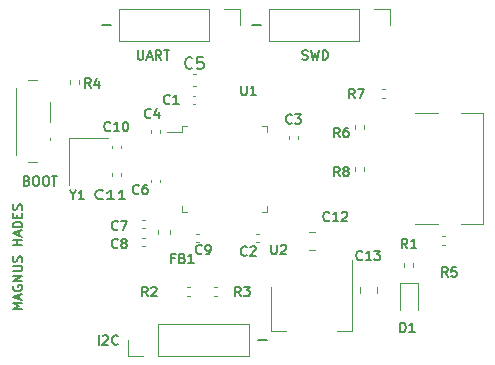
<source format=gbr>
%TF.GenerationSoftware,KiCad,Pcbnew,7.0.7*%
%TF.CreationDate,2023-12-20T18:59:57-05:00*%
%TF.ProjectId,stm32f1,73746d33-3266-4312-9e6b-696361645f70,rev?*%
%TF.SameCoordinates,Original*%
%TF.FileFunction,Legend,Top*%
%TF.FilePolarity,Positive*%
%FSLAX46Y46*%
G04 Gerber Fmt 4.6, Leading zero omitted, Abs format (unit mm)*
G04 Created by KiCad (PCBNEW 7.0.7) date 2023-12-20 18:59:57*
%MOMM*%
%LPD*%
G01*
G04 APERTURE LIST*
%ADD10C,0.150000*%
%ADD11C,0.120000*%
G04 APERTURE END LIST*
D10*
X60957064Y-58022200D02*
X61071350Y-58060295D01*
X61071350Y-58060295D02*
X61261826Y-58060295D01*
X61261826Y-58060295D02*
X61338017Y-58022200D01*
X61338017Y-58022200D02*
X61376112Y-57984104D01*
X61376112Y-57984104D02*
X61414207Y-57907914D01*
X61414207Y-57907914D02*
X61414207Y-57831723D01*
X61414207Y-57831723D02*
X61376112Y-57755533D01*
X61376112Y-57755533D02*
X61338017Y-57717438D01*
X61338017Y-57717438D02*
X61261826Y-57679342D01*
X61261826Y-57679342D02*
X61109445Y-57641247D01*
X61109445Y-57641247D02*
X61033255Y-57603152D01*
X61033255Y-57603152D02*
X60995160Y-57565057D01*
X60995160Y-57565057D02*
X60957064Y-57488866D01*
X60957064Y-57488866D02*
X60957064Y-57412676D01*
X60957064Y-57412676D02*
X60995160Y-57336485D01*
X60995160Y-57336485D02*
X61033255Y-57298390D01*
X61033255Y-57298390D02*
X61109445Y-57260295D01*
X61109445Y-57260295D02*
X61299922Y-57260295D01*
X61299922Y-57260295D02*
X61414207Y-57298390D01*
X61680874Y-57260295D02*
X61871350Y-58060295D01*
X61871350Y-58060295D02*
X62023731Y-57488866D01*
X62023731Y-57488866D02*
X62176112Y-58060295D01*
X62176112Y-58060295D02*
X62366589Y-57260295D01*
X62671351Y-58060295D02*
X62671351Y-57260295D01*
X62671351Y-57260295D02*
X62861827Y-57260295D01*
X62861827Y-57260295D02*
X62976113Y-57298390D01*
X62976113Y-57298390D02*
X63052303Y-57374580D01*
X63052303Y-57374580D02*
X63090398Y-57450771D01*
X63090398Y-57450771D02*
X63128494Y-57603152D01*
X63128494Y-57603152D02*
X63128494Y-57717438D01*
X63128494Y-57717438D02*
X63090398Y-57869819D01*
X63090398Y-57869819D02*
X63052303Y-57946009D01*
X63052303Y-57946009D02*
X62976113Y-58022200D01*
X62976113Y-58022200D02*
X62861827Y-58060295D01*
X62861827Y-58060295D02*
X62671351Y-58060295D01*
X57232779Y-81784866D02*
X57994684Y-81784866D01*
X44024779Y-55114866D02*
X44786684Y-55114866D01*
X37639826Y-68309247D02*
X37754112Y-68347342D01*
X37754112Y-68347342D02*
X37792207Y-68385438D01*
X37792207Y-68385438D02*
X37830303Y-68461628D01*
X37830303Y-68461628D02*
X37830303Y-68575914D01*
X37830303Y-68575914D02*
X37792207Y-68652104D01*
X37792207Y-68652104D02*
X37754112Y-68690200D01*
X37754112Y-68690200D02*
X37677922Y-68728295D01*
X37677922Y-68728295D02*
X37373160Y-68728295D01*
X37373160Y-68728295D02*
X37373160Y-67928295D01*
X37373160Y-67928295D02*
X37639826Y-67928295D01*
X37639826Y-67928295D02*
X37716017Y-67966390D01*
X37716017Y-67966390D02*
X37754112Y-68004485D01*
X37754112Y-68004485D02*
X37792207Y-68080676D01*
X37792207Y-68080676D02*
X37792207Y-68156866D01*
X37792207Y-68156866D02*
X37754112Y-68233057D01*
X37754112Y-68233057D02*
X37716017Y-68271152D01*
X37716017Y-68271152D02*
X37639826Y-68309247D01*
X37639826Y-68309247D02*
X37373160Y-68309247D01*
X38325541Y-67928295D02*
X38477922Y-67928295D01*
X38477922Y-67928295D02*
X38554112Y-67966390D01*
X38554112Y-67966390D02*
X38630303Y-68042580D01*
X38630303Y-68042580D02*
X38668398Y-68194961D01*
X38668398Y-68194961D02*
X38668398Y-68461628D01*
X38668398Y-68461628D02*
X38630303Y-68614009D01*
X38630303Y-68614009D02*
X38554112Y-68690200D01*
X38554112Y-68690200D02*
X38477922Y-68728295D01*
X38477922Y-68728295D02*
X38325541Y-68728295D01*
X38325541Y-68728295D02*
X38249350Y-68690200D01*
X38249350Y-68690200D02*
X38173160Y-68614009D01*
X38173160Y-68614009D02*
X38135064Y-68461628D01*
X38135064Y-68461628D02*
X38135064Y-68194961D01*
X38135064Y-68194961D02*
X38173160Y-68042580D01*
X38173160Y-68042580D02*
X38249350Y-67966390D01*
X38249350Y-67966390D02*
X38325541Y-67928295D01*
X39163636Y-67928295D02*
X39316017Y-67928295D01*
X39316017Y-67928295D02*
X39392207Y-67966390D01*
X39392207Y-67966390D02*
X39468398Y-68042580D01*
X39468398Y-68042580D02*
X39506493Y-68194961D01*
X39506493Y-68194961D02*
X39506493Y-68461628D01*
X39506493Y-68461628D02*
X39468398Y-68614009D01*
X39468398Y-68614009D02*
X39392207Y-68690200D01*
X39392207Y-68690200D02*
X39316017Y-68728295D01*
X39316017Y-68728295D02*
X39163636Y-68728295D01*
X39163636Y-68728295D02*
X39087445Y-68690200D01*
X39087445Y-68690200D02*
X39011255Y-68614009D01*
X39011255Y-68614009D02*
X38973159Y-68461628D01*
X38973159Y-68461628D02*
X38973159Y-68194961D01*
X38973159Y-68194961D02*
X39011255Y-68042580D01*
X39011255Y-68042580D02*
X39087445Y-67966390D01*
X39087445Y-67966390D02*
X39163636Y-67928295D01*
X39735064Y-67928295D02*
X40192207Y-67928295D01*
X39963635Y-68728295D02*
X39963635Y-67928295D01*
X43723160Y-82190295D02*
X43723160Y-81390295D01*
X44066016Y-81466485D02*
X44104112Y-81428390D01*
X44104112Y-81428390D02*
X44180302Y-81390295D01*
X44180302Y-81390295D02*
X44370778Y-81390295D01*
X44370778Y-81390295D02*
X44446969Y-81428390D01*
X44446969Y-81428390D02*
X44485064Y-81466485D01*
X44485064Y-81466485D02*
X44523159Y-81542676D01*
X44523159Y-81542676D02*
X44523159Y-81618866D01*
X44523159Y-81618866D02*
X44485064Y-81733152D01*
X44485064Y-81733152D02*
X44027921Y-82190295D01*
X44027921Y-82190295D02*
X44523159Y-82190295D01*
X45323160Y-82114104D02*
X45285064Y-82152200D01*
X45285064Y-82152200D02*
X45170779Y-82190295D01*
X45170779Y-82190295D02*
X45094588Y-82190295D01*
X45094588Y-82190295D02*
X44980302Y-82152200D01*
X44980302Y-82152200D02*
X44904112Y-82076009D01*
X44904112Y-82076009D02*
X44866017Y-81999819D01*
X44866017Y-81999819D02*
X44827921Y-81847438D01*
X44827921Y-81847438D02*
X44827921Y-81733152D01*
X44827921Y-81733152D02*
X44866017Y-81580771D01*
X44866017Y-81580771D02*
X44904112Y-81504580D01*
X44904112Y-81504580D02*
X44980302Y-81428390D01*
X44980302Y-81428390D02*
X45094588Y-81390295D01*
X45094588Y-81390295D02*
X45170779Y-81390295D01*
X45170779Y-81390295D02*
X45285064Y-81428390D01*
X45285064Y-81428390D02*
X45323160Y-81466485D01*
X37232295Y-79212839D02*
X36432295Y-79212839D01*
X36432295Y-79212839D02*
X37003723Y-78946173D01*
X37003723Y-78946173D02*
X36432295Y-78679506D01*
X36432295Y-78679506D02*
X37232295Y-78679506D01*
X37003723Y-78336649D02*
X37003723Y-77955696D01*
X37232295Y-78412839D02*
X36432295Y-78146172D01*
X36432295Y-78146172D02*
X37232295Y-77879506D01*
X36470390Y-77193792D02*
X36432295Y-77269982D01*
X36432295Y-77269982D02*
X36432295Y-77384268D01*
X36432295Y-77384268D02*
X36470390Y-77498554D01*
X36470390Y-77498554D02*
X36546580Y-77574744D01*
X36546580Y-77574744D02*
X36622771Y-77612839D01*
X36622771Y-77612839D02*
X36775152Y-77650935D01*
X36775152Y-77650935D02*
X36889438Y-77650935D01*
X36889438Y-77650935D02*
X37041819Y-77612839D01*
X37041819Y-77612839D02*
X37118009Y-77574744D01*
X37118009Y-77574744D02*
X37194200Y-77498554D01*
X37194200Y-77498554D02*
X37232295Y-77384268D01*
X37232295Y-77384268D02*
X37232295Y-77308077D01*
X37232295Y-77308077D02*
X37194200Y-77193792D01*
X37194200Y-77193792D02*
X37156104Y-77155696D01*
X37156104Y-77155696D02*
X36889438Y-77155696D01*
X36889438Y-77155696D02*
X36889438Y-77308077D01*
X37232295Y-76812839D02*
X36432295Y-76812839D01*
X36432295Y-76812839D02*
X37232295Y-76355696D01*
X37232295Y-76355696D02*
X36432295Y-76355696D01*
X36432295Y-75974744D02*
X37079914Y-75974744D01*
X37079914Y-75974744D02*
X37156104Y-75936649D01*
X37156104Y-75936649D02*
X37194200Y-75898554D01*
X37194200Y-75898554D02*
X37232295Y-75822363D01*
X37232295Y-75822363D02*
X37232295Y-75669982D01*
X37232295Y-75669982D02*
X37194200Y-75593792D01*
X37194200Y-75593792D02*
X37156104Y-75555697D01*
X37156104Y-75555697D02*
X37079914Y-75517601D01*
X37079914Y-75517601D02*
X36432295Y-75517601D01*
X37194200Y-75174745D02*
X37232295Y-75060459D01*
X37232295Y-75060459D02*
X37232295Y-74869983D01*
X37232295Y-74869983D02*
X37194200Y-74793792D01*
X37194200Y-74793792D02*
X37156104Y-74755697D01*
X37156104Y-74755697D02*
X37079914Y-74717602D01*
X37079914Y-74717602D02*
X37003723Y-74717602D01*
X37003723Y-74717602D02*
X36927533Y-74755697D01*
X36927533Y-74755697D02*
X36889438Y-74793792D01*
X36889438Y-74793792D02*
X36851342Y-74869983D01*
X36851342Y-74869983D02*
X36813247Y-75022364D01*
X36813247Y-75022364D02*
X36775152Y-75098554D01*
X36775152Y-75098554D02*
X36737057Y-75136649D01*
X36737057Y-75136649D02*
X36660866Y-75174745D01*
X36660866Y-75174745D02*
X36584676Y-75174745D01*
X36584676Y-75174745D02*
X36508485Y-75136649D01*
X36508485Y-75136649D02*
X36470390Y-75098554D01*
X36470390Y-75098554D02*
X36432295Y-75022364D01*
X36432295Y-75022364D02*
X36432295Y-74831887D01*
X36432295Y-74831887D02*
X36470390Y-74717602D01*
X37232295Y-73765220D02*
X36432295Y-73765220D01*
X36813247Y-73765220D02*
X36813247Y-73308077D01*
X37232295Y-73308077D02*
X36432295Y-73308077D01*
X37003723Y-72965221D02*
X37003723Y-72584268D01*
X37232295Y-73041411D02*
X36432295Y-72774744D01*
X36432295Y-72774744D02*
X37232295Y-72508078D01*
X37232295Y-72241411D02*
X36432295Y-72241411D01*
X36432295Y-72241411D02*
X36432295Y-72050935D01*
X36432295Y-72050935D02*
X36470390Y-71936649D01*
X36470390Y-71936649D02*
X36546580Y-71860459D01*
X36546580Y-71860459D02*
X36622771Y-71822364D01*
X36622771Y-71822364D02*
X36775152Y-71784268D01*
X36775152Y-71784268D02*
X36889438Y-71784268D01*
X36889438Y-71784268D02*
X37041819Y-71822364D01*
X37041819Y-71822364D02*
X37118009Y-71860459D01*
X37118009Y-71860459D02*
X37194200Y-71936649D01*
X37194200Y-71936649D02*
X37232295Y-72050935D01*
X37232295Y-72050935D02*
X37232295Y-72241411D01*
X36813247Y-71441411D02*
X36813247Y-71174745D01*
X37232295Y-71060459D02*
X37232295Y-71441411D01*
X37232295Y-71441411D02*
X36432295Y-71441411D01*
X36432295Y-71441411D02*
X36432295Y-71060459D01*
X37194200Y-70755697D02*
X37232295Y-70641411D01*
X37232295Y-70641411D02*
X37232295Y-70450935D01*
X37232295Y-70450935D02*
X37194200Y-70374744D01*
X37194200Y-70374744D02*
X37156104Y-70336649D01*
X37156104Y-70336649D02*
X37079914Y-70298554D01*
X37079914Y-70298554D02*
X37003723Y-70298554D01*
X37003723Y-70298554D02*
X36927533Y-70336649D01*
X36927533Y-70336649D02*
X36889438Y-70374744D01*
X36889438Y-70374744D02*
X36851342Y-70450935D01*
X36851342Y-70450935D02*
X36813247Y-70603316D01*
X36813247Y-70603316D02*
X36775152Y-70679506D01*
X36775152Y-70679506D02*
X36737057Y-70717601D01*
X36737057Y-70717601D02*
X36660866Y-70755697D01*
X36660866Y-70755697D02*
X36584676Y-70755697D01*
X36584676Y-70755697D02*
X36508485Y-70717601D01*
X36508485Y-70717601D02*
X36470390Y-70679506D01*
X36470390Y-70679506D02*
X36432295Y-70603316D01*
X36432295Y-70603316D02*
X36432295Y-70412839D01*
X36432295Y-70412839D02*
X36470390Y-70298554D01*
X56724779Y-55114866D02*
X57486684Y-55114866D01*
X47025160Y-57260295D02*
X47025160Y-57907914D01*
X47025160Y-57907914D02*
X47063255Y-57984104D01*
X47063255Y-57984104D02*
X47101350Y-58022200D01*
X47101350Y-58022200D02*
X47177541Y-58060295D01*
X47177541Y-58060295D02*
X47329922Y-58060295D01*
X47329922Y-58060295D02*
X47406112Y-58022200D01*
X47406112Y-58022200D02*
X47444207Y-57984104D01*
X47444207Y-57984104D02*
X47482303Y-57907914D01*
X47482303Y-57907914D02*
X47482303Y-57260295D01*
X47825159Y-57831723D02*
X48206112Y-57831723D01*
X47748969Y-58060295D02*
X48015636Y-57260295D01*
X48015636Y-57260295D02*
X48282302Y-58060295D01*
X49006112Y-58060295D02*
X48739445Y-57679342D01*
X48548969Y-58060295D02*
X48548969Y-57260295D01*
X48548969Y-57260295D02*
X48853731Y-57260295D01*
X48853731Y-57260295D02*
X48929921Y-57298390D01*
X48929921Y-57298390D02*
X48968016Y-57336485D01*
X48968016Y-57336485D02*
X49006112Y-57412676D01*
X49006112Y-57412676D02*
X49006112Y-57526961D01*
X49006112Y-57526961D02*
X48968016Y-57603152D01*
X48968016Y-57603152D02*
X48929921Y-57641247D01*
X48929921Y-57641247D02*
X48853731Y-57679342D01*
X48853731Y-57679342D02*
X48548969Y-57679342D01*
X49234683Y-57260295D02*
X49691826Y-57260295D01*
X49463254Y-58060295D02*
X49463254Y-57260295D01*
X63239714Y-71660104D02*
X63201618Y-71698200D01*
X63201618Y-71698200D02*
X63087333Y-71736295D01*
X63087333Y-71736295D02*
X63011142Y-71736295D01*
X63011142Y-71736295D02*
X62896856Y-71698200D01*
X62896856Y-71698200D02*
X62820666Y-71622009D01*
X62820666Y-71622009D02*
X62782571Y-71545819D01*
X62782571Y-71545819D02*
X62744475Y-71393438D01*
X62744475Y-71393438D02*
X62744475Y-71279152D01*
X62744475Y-71279152D02*
X62782571Y-71126771D01*
X62782571Y-71126771D02*
X62820666Y-71050580D01*
X62820666Y-71050580D02*
X62896856Y-70974390D01*
X62896856Y-70974390D02*
X63011142Y-70936295D01*
X63011142Y-70936295D02*
X63087333Y-70936295D01*
X63087333Y-70936295D02*
X63201618Y-70974390D01*
X63201618Y-70974390D02*
X63239714Y-71012485D01*
X64001618Y-71736295D02*
X63544475Y-71736295D01*
X63773047Y-71736295D02*
X63773047Y-70936295D01*
X63773047Y-70936295D02*
X63696856Y-71050580D01*
X63696856Y-71050580D02*
X63620666Y-71126771D01*
X63620666Y-71126771D02*
X63544475Y-71164866D01*
X64306380Y-71012485D02*
X64344476Y-70974390D01*
X64344476Y-70974390D02*
X64420666Y-70936295D01*
X64420666Y-70936295D02*
X64611142Y-70936295D01*
X64611142Y-70936295D02*
X64687333Y-70974390D01*
X64687333Y-70974390D02*
X64725428Y-71012485D01*
X64725428Y-71012485D02*
X64763523Y-71088676D01*
X64763523Y-71088676D02*
X64763523Y-71164866D01*
X64763523Y-71164866D02*
X64725428Y-71279152D01*
X64725428Y-71279152D02*
X64268285Y-71736295D01*
X64268285Y-71736295D02*
X64763523Y-71736295D01*
X49721667Y-61754104D02*
X49683571Y-61792200D01*
X49683571Y-61792200D02*
X49569286Y-61830295D01*
X49569286Y-61830295D02*
X49493095Y-61830295D01*
X49493095Y-61830295D02*
X49378809Y-61792200D01*
X49378809Y-61792200D02*
X49302619Y-61716009D01*
X49302619Y-61716009D02*
X49264524Y-61639819D01*
X49264524Y-61639819D02*
X49226428Y-61487438D01*
X49226428Y-61487438D02*
X49226428Y-61373152D01*
X49226428Y-61373152D02*
X49264524Y-61220771D01*
X49264524Y-61220771D02*
X49302619Y-61144580D01*
X49302619Y-61144580D02*
X49378809Y-61068390D01*
X49378809Y-61068390D02*
X49493095Y-61030295D01*
X49493095Y-61030295D02*
X49569286Y-61030295D01*
X49569286Y-61030295D02*
X49683571Y-61068390D01*
X49683571Y-61068390D02*
X49721667Y-61106485D01*
X50483571Y-61830295D02*
X50026428Y-61830295D01*
X50255000Y-61830295D02*
X50255000Y-61030295D01*
X50255000Y-61030295D02*
X50178809Y-61144580D01*
X50178809Y-61144580D02*
X50102619Y-61220771D01*
X50102619Y-61220771D02*
X50026428Y-61258866D01*
X47110667Y-69374104D02*
X47072571Y-69412200D01*
X47072571Y-69412200D02*
X46958286Y-69450295D01*
X46958286Y-69450295D02*
X46882095Y-69450295D01*
X46882095Y-69450295D02*
X46767809Y-69412200D01*
X46767809Y-69412200D02*
X46691619Y-69336009D01*
X46691619Y-69336009D02*
X46653524Y-69259819D01*
X46653524Y-69259819D02*
X46615428Y-69107438D01*
X46615428Y-69107438D02*
X46615428Y-68993152D01*
X46615428Y-68993152D02*
X46653524Y-68840771D01*
X46653524Y-68840771D02*
X46691619Y-68764580D01*
X46691619Y-68764580D02*
X46767809Y-68688390D01*
X46767809Y-68688390D02*
X46882095Y-68650295D01*
X46882095Y-68650295D02*
X46958286Y-68650295D01*
X46958286Y-68650295D02*
X47072571Y-68688390D01*
X47072571Y-68688390D02*
X47110667Y-68726485D01*
X47796381Y-68650295D02*
X47644000Y-68650295D01*
X47644000Y-68650295D02*
X47567809Y-68688390D01*
X47567809Y-68688390D02*
X47529714Y-68726485D01*
X47529714Y-68726485D02*
X47453524Y-68840771D01*
X47453524Y-68840771D02*
X47415428Y-68993152D01*
X47415428Y-68993152D02*
X47415428Y-69297914D01*
X47415428Y-69297914D02*
X47453524Y-69374104D01*
X47453524Y-69374104D02*
X47491619Y-69412200D01*
X47491619Y-69412200D02*
X47567809Y-69450295D01*
X47567809Y-69450295D02*
X47720190Y-69450295D01*
X47720190Y-69450295D02*
X47796381Y-69412200D01*
X47796381Y-69412200D02*
X47834476Y-69374104D01*
X47834476Y-69374104D02*
X47872571Y-69297914D01*
X47872571Y-69297914D02*
X47872571Y-69107438D01*
X47872571Y-69107438D02*
X47834476Y-69031247D01*
X47834476Y-69031247D02*
X47796381Y-68993152D01*
X47796381Y-68993152D02*
X47720190Y-68955057D01*
X47720190Y-68955057D02*
X47567809Y-68955057D01*
X47567809Y-68955057D02*
X47491619Y-68993152D01*
X47491619Y-68993152D02*
X47453524Y-69031247D01*
X47453524Y-69031247D02*
X47415428Y-69107438D01*
X50133333Y-74873247D02*
X49866667Y-74873247D01*
X49866667Y-75292295D02*
X49866667Y-74492295D01*
X49866667Y-74492295D02*
X50247619Y-74492295D01*
X50819047Y-74873247D02*
X50933333Y-74911342D01*
X50933333Y-74911342D02*
X50971428Y-74949438D01*
X50971428Y-74949438D02*
X51009524Y-75025628D01*
X51009524Y-75025628D02*
X51009524Y-75139914D01*
X51009524Y-75139914D02*
X50971428Y-75216104D01*
X50971428Y-75216104D02*
X50933333Y-75254200D01*
X50933333Y-75254200D02*
X50857143Y-75292295D01*
X50857143Y-75292295D02*
X50552381Y-75292295D01*
X50552381Y-75292295D02*
X50552381Y-74492295D01*
X50552381Y-74492295D02*
X50819047Y-74492295D01*
X50819047Y-74492295D02*
X50895238Y-74530390D01*
X50895238Y-74530390D02*
X50933333Y-74568485D01*
X50933333Y-74568485D02*
X50971428Y-74644676D01*
X50971428Y-74644676D02*
X50971428Y-74720866D01*
X50971428Y-74720866D02*
X50933333Y-74797057D01*
X50933333Y-74797057D02*
X50895238Y-74835152D01*
X50895238Y-74835152D02*
X50819047Y-74873247D01*
X50819047Y-74873247D02*
X50552381Y-74873247D01*
X51771428Y-75292295D02*
X51314285Y-75292295D01*
X51542857Y-75292295D02*
X51542857Y-74492295D01*
X51542857Y-74492295D02*
X51466666Y-74606580D01*
X51466666Y-74606580D02*
X51390476Y-74682771D01*
X51390476Y-74682771D02*
X51314285Y-74720866D01*
X41529048Y-69521342D02*
X41529048Y-69902295D01*
X41262381Y-69102295D02*
X41529048Y-69521342D01*
X41529048Y-69521342D02*
X41795714Y-69102295D01*
X42481428Y-69902295D02*
X42024285Y-69902295D01*
X42252857Y-69902295D02*
X42252857Y-69102295D01*
X42252857Y-69102295D02*
X42176666Y-69216580D01*
X42176666Y-69216580D02*
X42100476Y-69292771D01*
X42100476Y-69292771D02*
X42024285Y-69330866D01*
X66033714Y-74962104D02*
X65995618Y-75000200D01*
X65995618Y-75000200D02*
X65881333Y-75038295D01*
X65881333Y-75038295D02*
X65805142Y-75038295D01*
X65805142Y-75038295D02*
X65690856Y-75000200D01*
X65690856Y-75000200D02*
X65614666Y-74924009D01*
X65614666Y-74924009D02*
X65576571Y-74847819D01*
X65576571Y-74847819D02*
X65538475Y-74695438D01*
X65538475Y-74695438D02*
X65538475Y-74581152D01*
X65538475Y-74581152D02*
X65576571Y-74428771D01*
X65576571Y-74428771D02*
X65614666Y-74352580D01*
X65614666Y-74352580D02*
X65690856Y-74276390D01*
X65690856Y-74276390D02*
X65805142Y-74238295D01*
X65805142Y-74238295D02*
X65881333Y-74238295D01*
X65881333Y-74238295D02*
X65995618Y-74276390D01*
X65995618Y-74276390D02*
X66033714Y-74314485D01*
X66795618Y-75038295D02*
X66338475Y-75038295D01*
X66567047Y-75038295D02*
X66567047Y-74238295D01*
X66567047Y-74238295D02*
X66490856Y-74352580D01*
X66490856Y-74352580D02*
X66414666Y-74428771D01*
X66414666Y-74428771D02*
X66338475Y-74466866D01*
X67062285Y-74238295D02*
X67557523Y-74238295D01*
X67557523Y-74238295D02*
X67290857Y-74543057D01*
X67290857Y-74543057D02*
X67405142Y-74543057D01*
X67405142Y-74543057D02*
X67481333Y-74581152D01*
X67481333Y-74581152D02*
X67519428Y-74619247D01*
X67519428Y-74619247D02*
X67557523Y-74695438D01*
X67557523Y-74695438D02*
X67557523Y-74885914D01*
X67557523Y-74885914D02*
X67519428Y-74962104D01*
X67519428Y-74962104D02*
X67481333Y-75000200D01*
X67481333Y-75000200D02*
X67405142Y-75038295D01*
X67405142Y-75038295D02*
X67176571Y-75038295D01*
X67176571Y-75038295D02*
X67100380Y-75000200D01*
X67100380Y-75000200D02*
X67062285Y-74962104D01*
X44697714Y-64040104D02*
X44659618Y-64078200D01*
X44659618Y-64078200D02*
X44545333Y-64116295D01*
X44545333Y-64116295D02*
X44469142Y-64116295D01*
X44469142Y-64116295D02*
X44354856Y-64078200D01*
X44354856Y-64078200D02*
X44278666Y-64002009D01*
X44278666Y-64002009D02*
X44240571Y-63925819D01*
X44240571Y-63925819D02*
X44202475Y-63773438D01*
X44202475Y-63773438D02*
X44202475Y-63659152D01*
X44202475Y-63659152D02*
X44240571Y-63506771D01*
X44240571Y-63506771D02*
X44278666Y-63430580D01*
X44278666Y-63430580D02*
X44354856Y-63354390D01*
X44354856Y-63354390D02*
X44469142Y-63316295D01*
X44469142Y-63316295D02*
X44545333Y-63316295D01*
X44545333Y-63316295D02*
X44659618Y-63354390D01*
X44659618Y-63354390D02*
X44697714Y-63392485D01*
X45459618Y-64116295D02*
X45002475Y-64116295D01*
X45231047Y-64116295D02*
X45231047Y-63316295D01*
X45231047Y-63316295D02*
X45154856Y-63430580D01*
X45154856Y-63430580D02*
X45078666Y-63506771D01*
X45078666Y-63506771D02*
X45002475Y-63544866D01*
X45954857Y-63316295D02*
X46031047Y-63316295D01*
X46031047Y-63316295D02*
X46107238Y-63354390D01*
X46107238Y-63354390D02*
X46145333Y-63392485D01*
X46145333Y-63392485D02*
X46183428Y-63468676D01*
X46183428Y-63468676D02*
X46221523Y-63621057D01*
X46221523Y-63621057D02*
X46221523Y-63811533D01*
X46221523Y-63811533D02*
X46183428Y-63963914D01*
X46183428Y-63963914D02*
X46145333Y-64040104D01*
X46145333Y-64040104D02*
X46107238Y-64078200D01*
X46107238Y-64078200D02*
X46031047Y-64116295D01*
X46031047Y-64116295D02*
X45954857Y-64116295D01*
X45954857Y-64116295D02*
X45878666Y-64078200D01*
X45878666Y-64078200D02*
X45840571Y-64040104D01*
X45840571Y-64040104D02*
X45802476Y-63963914D01*
X45802476Y-63963914D02*
X45764380Y-63811533D01*
X45764380Y-63811533D02*
X45764380Y-63621057D01*
X45764380Y-63621057D02*
X45802476Y-63468676D01*
X45802476Y-63468676D02*
X45840571Y-63392485D01*
X45840571Y-63392485D02*
X45878666Y-63354390D01*
X45878666Y-63354390D02*
X45954857Y-63316295D01*
X73272667Y-76435295D02*
X73006000Y-76054342D01*
X72815524Y-76435295D02*
X72815524Y-75635295D01*
X72815524Y-75635295D02*
X73120286Y-75635295D01*
X73120286Y-75635295D02*
X73196476Y-75673390D01*
X73196476Y-75673390D02*
X73234571Y-75711485D01*
X73234571Y-75711485D02*
X73272667Y-75787676D01*
X73272667Y-75787676D02*
X73272667Y-75901961D01*
X73272667Y-75901961D02*
X73234571Y-75978152D01*
X73234571Y-75978152D02*
X73196476Y-76016247D01*
X73196476Y-76016247D02*
X73120286Y-76054342D01*
X73120286Y-76054342D02*
X72815524Y-76054342D01*
X73996476Y-75635295D02*
X73615524Y-75635295D01*
X73615524Y-75635295D02*
X73577428Y-76016247D01*
X73577428Y-76016247D02*
X73615524Y-75978152D01*
X73615524Y-75978152D02*
X73691714Y-75940057D01*
X73691714Y-75940057D02*
X73882190Y-75940057D01*
X73882190Y-75940057D02*
X73958381Y-75978152D01*
X73958381Y-75978152D02*
X73996476Y-76016247D01*
X73996476Y-76016247D02*
X74034571Y-76092438D01*
X74034571Y-76092438D02*
X74034571Y-76282914D01*
X74034571Y-76282914D02*
X73996476Y-76359104D01*
X73996476Y-76359104D02*
X73958381Y-76397200D01*
X73958381Y-76397200D02*
X73882190Y-76435295D01*
X73882190Y-76435295D02*
X73691714Y-76435295D01*
X73691714Y-76435295D02*
X73615524Y-76397200D01*
X73615524Y-76397200D02*
X73577428Y-76359104D01*
X58318476Y-73730295D02*
X58318476Y-74377914D01*
X58318476Y-74377914D02*
X58356571Y-74454104D01*
X58356571Y-74454104D02*
X58394666Y-74492200D01*
X58394666Y-74492200D02*
X58470857Y-74530295D01*
X58470857Y-74530295D02*
X58623238Y-74530295D01*
X58623238Y-74530295D02*
X58699428Y-74492200D01*
X58699428Y-74492200D02*
X58737523Y-74454104D01*
X58737523Y-74454104D02*
X58775619Y-74377914D01*
X58775619Y-74377914D02*
X58775619Y-73730295D01*
X59118475Y-73806485D02*
X59156571Y-73768390D01*
X59156571Y-73768390D02*
X59232761Y-73730295D01*
X59232761Y-73730295D02*
X59423237Y-73730295D01*
X59423237Y-73730295D02*
X59499428Y-73768390D01*
X59499428Y-73768390D02*
X59537523Y-73806485D01*
X59537523Y-73806485D02*
X59575618Y-73882676D01*
X59575618Y-73882676D02*
X59575618Y-73958866D01*
X59575618Y-73958866D02*
X59537523Y-74073152D01*
X59537523Y-74073152D02*
X59080380Y-74530295D01*
X59080380Y-74530295D02*
X59575618Y-74530295D01*
X43046667Y-60437295D02*
X42780000Y-60056342D01*
X42589524Y-60437295D02*
X42589524Y-59637295D01*
X42589524Y-59637295D02*
X42894286Y-59637295D01*
X42894286Y-59637295D02*
X42970476Y-59675390D01*
X42970476Y-59675390D02*
X43008571Y-59713485D01*
X43008571Y-59713485D02*
X43046667Y-59789676D01*
X43046667Y-59789676D02*
X43046667Y-59903961D01*
X43046667Y-59903961D02*
X43008571Y-59980152D01*
X43008571Y-59980152D02*
X42970476Y-60018247D01*
X42970476Y-60018247D02*
X42894286Y-60056342D01*
X42894286Y-60056342D02*
X42589524Y-60056342D01*
X43732381Y-59903961D02*
X43732381Y-60437295D01*
X43541905Y-59599200D02*
X43351428Y-60170628D01*
X43351428Y-60170628D02*
X43846667Y-60170628D01*
X69843667Y-74024295D02*
X69577000Y-73643342D01*
X69386524Y-74024295D02*
X69386524Y-73224295D01*
X69386524Y-73224295D02*
X69691286Y-73224295D01*
X69691286Y-73224295D02*
X69767476Y-73262390D01*
X69767476Y-73262390D02*
X69805571Y-73300485D01*
X69805571Y-73300485D02*
X69843667Y-73376676D01*
X69843667Y-73376676D02*
X69843667Y-73490961D01*
X69843667Y-73490961D02*
X69805571Y-73567152D01*
X69805571Y-73567152D02*
X69767476Y-73605247D01*
X69767476Y-73605247D02*
X69691286Y-73643342D01*
X69691286Y-73643342D02*
X69386524Y-73643342D01*
X70605571Y-74024295D02*
X70148428Y-74024295D01*
X70377000Y-74024295D02*
X70377000Y-73224295D01*
X70377000Y-73224295D02*
X70300809Y-73338580D01*
X70300809Y-73338580D02*
X70224619Y-73414771D01*
X70224619Y-73414771D02*
X70148428Y-73452866D01*
X45332667Y-73946104D02*
X45294571Y-73984200D01*
X45294571Y-73984200D02*
X45180286Y-74022295D01*
X45180286Y-74022295D02*
X45104095Y-74022295D01*
X45104095Y-74022295D02*
X44989809Y-73984200D01*
X44989809Y-73984200D02*
X44913619Y-73908009D01*
X44913619Y-73908009D02*
X44875524Y-73831819D01*
X44875524Y-73831819D02*
X44837428Y-73679438D01*
X44837428Y-73679438D02*
X44837428Y-73565152D01*
X44837428Y-73565152D02*
X44875524Y-73412771D01*
X44875524Y-73412771D02*
X44913619Y-73336580D01*
X44913619Y-73336580D02*
X44989809Y-73260390D01*
X44989809Y-73260390D02*
X45104095Y-73222295D01*
X45104095Y-73222295D02*
X45180286Y-73222295D01*
X45180286Y-73222295D02*
X45294571Y-73260390D01*
X45294571Y-73260390D02*
X45332667Y-73298485D01*
X45789809Y-73565152D02*
X45713619Y-73527057D01*
X45713619Y-73527057D02*
X45675524Y-73488961D01*
X45675524Y-73488961D02*
X45637428Y-73412771D01*
X45637428Y-73412771D02*
X45637428Y-73374676D01*
X45637428Y-73374676D02*
X45675524Y-73298485D01*
X45675524Y-73298485D02*
X45713619Y-73260390D01*
X45713619Y-73260390D02*
X45789809Y-73222295D01*
X45789809Y-73222295D02*
X45942190Y-73222295D01*
X45942190Y-73222295D02*
X46018381Y-73260390D01*
X46018381Y-73260390D02*
X46056476Y-73298485D01*
X46056476Y-73298485D02*
X46094571Y-73374676D01*
X46094571Y-73374676D02*
X46094571Y-73412771D01*
X46094571Y-73412771D02*
X46056476Y-73488961D01*
X46056476Y-73488961D02*
X46018381Y-73527057D01*
X46018381Y-73527057D02*
X45942190Y-73565152D01*
X45942190Y-73565152D02*
X45789809Y-73565152D01*
X45789809Y-73565152D02*
X45713619Y-73603247D01*
X45713619Y-73603247D02*
X45675524Y-73641342D01*
X45675524Y-73641342D02*
X45637428Y-73717533D01*
X45637428Y-73717533D02*
X45637428Y-73869914D01*
X45637428Y-73869914D02*
X45675524Y-73946104D01*
X45675524Y-73946104D02*
X45713619Y-73984200D01*
X45713619Y-73984200D02*
X45789809Y-74022295D01*
X45789809Y-74022295D02*
X45942190Y-74022295D01*
X45942190Y-74022295D02*
X46018381Y-73984200D01*
X46018381Y-73984200D02*
X46056476Y-73946104D01*
X46056476Y-73946104D02*
X46094571Y-73869914D01*
X46094571Y-73869914D02*
X46094571Y-73717533D01*
X46094571Y-73717533D02*
X46056476Y-73641342D01*
X46056476Y-73641342D02*
X46018381Y-73603247D01*
X46018381Y-73603247D02*
X45942190Y-73565152D01*
X55742667Y-78086295D02*
X55476000Y-77705342D01*
X55285524Y-78086295D02*
X55285524Y-77286295D01*
X55285524Y-77286295D02*
X55590286Y-77286295D01*
X55590286Y-77286295D02*
X55666476Y-77324390D01*
X55666476Y-77324390D02*
X55704571Y-77362485D01*
X55704571Y-77362485D02*
X55742667Y-77438676D01*
X55742667Y-77438676D02*
X55742667Y-77552961D01*
X55742667Y-77552961D02*
X55704571Y-77629152D01*
X55704571Y-77629152D02*
X55666476Y-77667247D01*
X55666476Y-77667247D02*
X55590286Y-77705342D01*
X55590286Y-77705342D02*
X55285524Y-77705342D01*
X56009333Y-77286295D02*
X56504571Y-77286295D01*
X56504571Y-77286295D02*
X56237905Y-77591057D01*
X56237905Y-77591057D02*
X56352190Y-77591057D01*
X56352190Y-77591057D02*
X56428381Y-77629152D01*
X56428381Y-77629152D02*
X56466476Y-77667247D01*
X56466476Y-77667247D02*
X56504571Y-77743438D01*
X56504571Y-77743438D02*
X56504571Y-77933914D01*
X56504571Y-77933914D02*
X56466476Y-78010104D01*
X56466476Y-78010104D02*
X56428381Y-78048200D01*
X56428381Y-78048200D02*
X56352190Y-78086295D01*
X56352190Y-78086295D02*
X56123619Y-78086295D01*
X56123619Y-78086295D02*
X56047428Y-78048200D01*
X56047428Y-78048200D02*
X56009333Y-78010104D01*
X64128667Y-67926295D02*
X63862000Y-67545342D01*
X63671524Y-67926295D02*
X63671524Y-67126295D01*
X63671524Y-67126295D02*
X63976286Y-67126295D01*
X63976286Y-67126295D02*
X64052476Y-67164390D01*
X64052476Y-67164390D02*
X64090571Y-67202485D01*
X64090571Y-67202485D02*
X64128667Y-67278676D01*
X64128667Y-67278676D02*
X64128667Y-67392961D01*
X64128667Y-67392961D02*
X64090571Y-67469152D01*
X64090571Y-67469152D02*
X64052476Y-67507247D01*
X64052476Y-67507247D02*
X63976286Y-67545342D01*
X63976286Y-67545342D02*
X63671524Y-67545342D01*
X64585809Y-67469152D02*
X64509619Y-67431057D01*
X64509619Y-67431057D02*
X64471524Y-67392961D01*
X64471524Y-67392961D02*
X64433428Y-67316771D01*
X64433428Y-67316771D02*
X64433428Y-67278676D01*
X64433428Y-67278676D02*
X64471524Y-67202485D01*
X64471524Y-67202485D02*
X64509619Y-67164390D01*
X64509619Y-67164390D02*
X64585809Y-67126295D01*
X64585809Y-67126295D02*
X64738190Y-67126295D01*
X64738190Y-67126295D02*
X64814381Y-67164390D01*
X64814381Y-67164390D02*
X64852476Y-67202485D01*
X64852476Y-67202485D02*
X64890571Y-67278676D01*
X64890571Y-67278676D02*
X64890571Y-67316771D01*
X64890571Y-67316771D02*
X64852476Y-67392961D01*
X64852476Y-67392961D02*
X64814381Y-67431057D01*
X64814381Y-67431057D02*
X64738190Y-67469152D01*
X64738190Y-67469152D02*
X64585809Y-67469152D01*
X64585809Y-67469152D02*
X64509619Y-67507247D01*
X64509619Y-67507247D02*
X64471524Y-67545342D01*
X64471524Y-67545342D02*
X64433428Y-67621533D01*
X64433428Y-67621533D02*
X64433428Y-67773914D01*
X64433428Y-67773914D02*
X64471524Y-67850104D01*
X64471524Y-67850104D02*
X64509619Y-67888200D01*
X64509619Y-67888200D02*
X64585809Y-67926295D01*
X64585809Y-67926295D02*
X64738190Y-67926295D01*
X64738190Y-67926295D02*
X64814381Y-67888200D01*
X64814381Y-67888200D02*
X64852476Y-67850104D01*
X64852476Y-67850104D02*
X64890571Y-67773914D01*
X64890571Y-67773914D02*
X64890571Y-67621533D01*
X64890571Y-67621533D02*
X64852476Y-67545342D01*
X64852476Y-67545342D02*
X64814381Y-67507247D01*
X64814381Y-67507247D02*
X64738190Y-67469152D01*
X69259524Y-81134295D02*
X69259524Y-80334295D01*
X69259524Y-80334295D02*
X69450000Y-80334295D01*
X69450000Y-80334295D02*
X69564286Y-80372390D01*
X69564286Y-80372390D02*
X69640476Y-80448580D01*
X69640476Y-80448580D02*
X69678571Y-80524771D01*
X69678571Y-80524771D02*
X69716667Y-80677152D01*
X69716667Y-80677152D02*
X69716667Y-80791438D01*
X69716667Y-80791438D02*
X69678571Y-80943819D01*
X69678571Y-80943819D02*
X69640476Y-81020009D01*
X69640476Y-81020009D02*
X69564286Y-81096200D01*
X69564286Y-81096200D02*
X69450000Y-81134295D01*
X69450000Y-81134295D02*
X69259524Y-81134295D01*
X70478571Y-81134295D02*
X70021428Y-81134295D01*
X70250000Y-81134295D02*
X70250000Y-80334295D01*
X70250000Y-80334295D02*
X70173809Y-80448580D01*
X70173809Y-80448580D02*
X70097619Y-80524771D01*
X70097619Y-80524771D02*
X70021428Y-80562866D01*
X47872667Y-78086295D02*
X47606000Y-77705342D01*
X47415524Y-78086295D02*
X47415524Y-77286295D01*
X47415524Y-77286295D02*
X47720286Y-77286295D01*
X47720286Y-77286295D02*
X47796476Y-77324390D01*
X47796476Y-77324390D02*
X47834571Y-77362485D01*
X47834571Y-77362485D02*
X47872667Y-77438676D01*
X47872667Y-77438676D02*
X47872667Y-77552961D01*
X47872667Y-77552961D02*
X47834571Y-77629152D01*
X47834571Y-77629152D02*
X47796476Y-77667247D01*
X47796476Y-77667247D02*
X47720286Y-77705342D01*
X47720286Y-77705342D02*
X47415524Y-77705342D01*
X48177428Y-77362485D02*
X48215524Y-77324390D01*
X48215524Y-77324390D02*
X48291714Y-77286295D01*
X48291714Y-77286295D02*
X48482190Y-77286295D01*
X48482190Y-77286295D02*
X48558381Y-77324390D01*
X48558381Y-77324390D02*
X48596476Y-77362485D01*
X48596476Y-77362485D02*
X48634571Y-77438676D01*
X48634571Y-77438676D02*
X48634571Y-77514866D01*
X48634571Y-77514866D02*
X48596476Y-77629152D01*
X48596476Y-77629152D02*
X48139333Y-78086295D01*
X48139333Y-78086295D02*
X48634571Y-78086295D01*
X48122667Y-62925604D02*
X48084571Y-62963700D01*
X48084571Y-62963700D02*
X47970286Y-63001795D01*
X47970286Y-63001795D02*
X47894095Y-63001795D01*
X47894095Y-63001795D02*
X47779809Y-62963700D01*
X47779809Y-62963700D02*
X47703619Y-62887509D01*
X47703619Y-62887509D02*
X47665524Y-62811319D01*
X47665524Y-62811319D02*
X47627428Y-62658938D01*
X47627428Y-62658938D02*
X47627428Y-62544652D01*
X47627428Y-62544652D02*
X47665524Y-62392271D01*
X47665524Y-62392271D02*
X47703619Y-62316080D01*
X47703619Y-62316080D02*
X47779809Y-62239890D01*
X47779809Y-62239890D02*
X47894095Y-62201795D01*
X47894095Y-62201795D02*
X47970286Y-62201795D01*
X47970286Y-62201795D02*
X48084571Y-62239890D01*
X48084571Y-62239890D02*
X48122667Y-62277985D01*
X48808381Y-62468461D02*
X48808381Y-63001795D01*
X48617905Y-62163700D02*
X48427428Y-62735128D01*
X48427428Y-62735128D02*
X48922667Y-62735128D01*
X60064667Y-63405104D02*
X60026571Y-63443200D01*
X60026571Y-63443200D02*
X59912286Y-63481295D01*
X59912286Y-63481295D02*
X59836095Y-63481295D01*
X59836095Y-63481295D02*
X59721809Y-63443200D01*
X59721809Y-63443200D02*
X59645619Y-63367009D01*
X59645619Y-63367009D02*
X59607524Y-63290819D01*
X59607524Y-63290819D02*
X59569428Y-63138438D01*
X59569428Y-63138438D02*
X59569428Y-63024152D01*
X59569428Y-63024152D02*
X59607524Y-62871771D01*
X59607524Y-62871771D02*
X59645619Y-62795580D01*
X59645619Y-62795580D02*
X59721809Y-62719390D01*
X59721809Y-62719390D02*
X59836095Y-62681295D01*
X59836095Y-62681295D02*
X59912286Y-62681295D01*
X59912286Y-62681295D02*
X60026571Y-62719390D01*
X60026571Y-62719390D02*
X60064667Y-62757485D01*
X60331333Y-62681295D02*
X60826571Y-62681295D01*
X60826571Y-62681295D02*
X60559905Y-62986057D01*
X60559905Y-62986057D02*
X60674190Y-62986057D01*
X60674190Y-62986057D02*
X60750381Y-63024152D01*
X60750381Y-63024152D02*
X60788476Y-63062247D01*
X60788476Y-63062247D02*
X60826571Y-63138438D01*
X60826571Y-63138438D02*
X60826571Y-63328914D01*
X60826571Y-63328914D02*
X60788476Y-63405104D01*
X60788476Y-63405104D02*
X60750381Y-63443200D01*
X60750381Y-63443200D02*
X60674190Y-63481295D01*
X60674190Y-63481295D02*
X60445619Y-63481295D01*
X60445619Y-63481295D02*
X60369428Y-63443200D01*
X60369428Y-63443200D02*
X60331333Y-63405104D01*
X65398667Y-61322295D02*
X65132000Y-60941342D01*
X64941524Y-61322295D02*
X64941524Y-60522295D01*
X64941524Y-60522295D02*
X65246286Y-60522295D01*
X65246286Y-60522295D02*
X65322476Y-60560390D01*
X65322476Y-60560390D02*
X65360571Y-60598485D01*
X65360571Y-60598485D02*
X65398667Y-60674676D01*
X65398667Y-60674676D02*
X65398667Y-60788961D01*
X65398667Y-60788961D02*
X65360571Y-60865152D01*
X65360571Y-60865152D02*
X65322476Y-60903247D01*
X65322476Y-60903247D02*
X65246286Y-60941342D01*
X65246286Y-60941342D02*
X64941524Y-60941342D01*
X65665333Y-60522295D02*
X66198667Y-60522295D01*
X66198667Y-60522295D02*
X65855809Y-61322295D01*
X45332667Y-72422104D02*
X45294571Y-72460200D01*
X45294571Y-72460200D02*
X45180286Y-72498295D01*
X45180286Y-72498295D02*
X45104095Y-72498295D01*
X45104095Y-72498295D02*
X44989809Y-72460200D01*
X44989809Y-72460200D02*
X44913619Y-72384009D01*
X44913619Y-72384009D02*
X44875524Y-72307819D01*
X44875524Y-72307819D02*
X44837428Y-72155438D01*
X44837428Y-72155438D02*
X44837428Y-72041152D01*
X44837428Y-72041152D02*
X44875524Y-71888771D01*
X44875524Y-71888771D02*
X44913619Y-71812580D01*
X44913619Y-71812580D02*
X44989809Y-71736390D01*
X44989809Y-71736390D02*
X45104095Y-71698295D01*
X45104095Y-71698295D02*
X45180286Y-71698295D01*
X45180286Y-71698295D02*
X45294571Y-71736390D01*
X45294571Y-71736390D02*
X45332667Y-71774485D01*
X45599333Y-71698295D02*
X46132667Y-71698295D01*
X46132667Y-71698295D02*
X45789809Y-72498295D01*
X44061142Y-69826104D02*
X44013523Y-69864200D01*
X44013523Y-69864200D02*
X43870666Y-69902295D01*
X43870666Y-69902295D02*
X43775428Y-69902295D01*
X43775428Y-69902295D02*
X43632571Y-69864200D01*
X43632571Y-69864200D02*
X43537333Y-69788009D01*
X43537333Y-69788009D02*
X43489714Y-69711819D01*
X43489714Y-69711819D02*
X43442095Y-69559438D01*
X43442095Y-69559438D02*
X43442095Y-69445152D01*
X43442095Y-69445152D02*
X43489714Y-69292771D01*
X43489714Y-69292771D02*
X43537333Y-69216580D01*
X43537333Y-69216580D02*
X43632571Y-69140390D01*
X43632571Y-69140390D02*
X43775428Y-69102295D01*
X43775428Y-69102295D02*
X43870666Y-69102295D01*
X43870666Y-69102295D02*
X44013523Y-69140390D01*
X44013523Y-69140390D02*
X44061142Y-69178485D01*
X45013523Y-69902295D02*
X44442095Y-69902295D01*
X44727809Y-69902295D02*
X44727809Y-69102295D01*
X44727809Y-69102295D02*
X44632571Y-69216580D01*
X44632571Y-69216580D02*
X44537333Y-69292771D01*
X44537333Y-69292771D02*
X44442095Y-69330866D01*
X45965904Y-69902295D02*
X45394476Y-69902295D01*
X45680190Y-69902295D02*
X45680190Y-69102295D01*
X45680190Y-69102295D02*
X45584952Y-69216580D01*
X45584952Y-69216580D02*
X45489714Y-69292771D01*
X45489714Y-69292771D02*
X45394476Y-69330866D01*
X56254667Y-74598104D02*
X56216571Y-74636200D01*
X56216571Y-74636200D02*
X56102286Y-74674295D01*
X56102286Y-74674295D02*
X56026095Y-74674295D01*
X56026095Y-74674295D02*
X55911809Y-74636200D01*
X55911809Y-74636200D02*
X55835619Y-74560009D01*
X55835619Y-74560009D02*
X55797524Y-74483819D01*
X55797524Y-74483819D02*
X55759428Y-74331438D01*
X55759428Y-74331438D02*
X55759428Y-74217152D01*
X55759428Y-74217152D02*
X55797524Y-74064771D01*
X55797524Y-74064771D02*
X55835619Y-73988580D01*
X55835619Y-73988580D02*
X55911809Y-73912390D01*
X55911809Y-73912390D02*
X56026095Y-73874295D01*
X56026095Y-73874295D02*
X56102286Y-73874295D01*
X56102286Y-73874295D02*
X56216571Y-73912390D01*
X56216571Y-73912390D02*
X56254667Y-73950485D01*
X56559428Y-73950485D02*
X56597524Y-73912390D01*
X56597524Y-73912390D02*
X56673714Y-73874295D01*
X56673714Y-73874295D02*
X56864190Y-73874295D01*
X56864190Y-73874295D02*
X56940381Y-73912390D01*
X56940381Y-73912390D02*
X56978476Y-73950485D01*
X56978476Y-73950485D02*
X57016571Y-74026676D01*
X57016571Y-74026676D02*
X57016571Y-74102866D01*
X57016571Y-74102866D02*
X56978476Y-74217152D01*
X56978476Y-74217152D02*
X56521333Y-74674295D01*
X56521333Y-74674295D02*
X57016571Y-74674295D01*
X64128667Y-64624295D02*
X63862000Y-64243342D01*
X63671524Y-64624295D02*
X63671524Y-63824295D01*
X63671524Y-63824295D02*
X63976286Y-63824295D01*
X63976286Y-63824295D02*
X64052476Y-63862390D01*
X64052476Y-63862390D02*
X64090571Y-63900485D01*
X64090571Y-63900485D02*
X64128667Y-63976676D01*
X64128667Y-63976676D02*
X64128667Y-64090961D01*
X64128667Y-64090961D02*
X64090571Y-64167152D01*
X64090571Y-64167152D02*
X64052476Y-64205247D01*
X64052476Y-64205247D02*
X63976286Y-64243342D01*
X63976286Y-64243342D02*
X63671524Y-64243342D01*
X64814381Y-63824295D02*
X64662000Y-63824295D01*
X64662000Y-63824295D02*
X64585809Y-63862390D01*
X64585809Y-63862390D02*
X64547714Y-63900485D01*
X64547714Y-63900485D02*
X64471524Y-64014771D01*
X64471524Y-64014771D02*
X64433428Y-64167152D01*
X64433428Y-64167152D02*
X64433428Y-64471914D01*
X64433428Y-64471914D02*
X64471524Y-64548104D01*
X64471524Y-64548104D02*
X64509619Y-64586200D01*
X64509619Y-64586200D02*
X64585809Y-64624295D01*
X64585809Y-64624295D02*
X64738190Y-64624295D01*
X64738190Y-64624295D02*
X64814381Y-64586200D01*
X64814381Y-64586200D02*
X64852476Y-64548104D01*
X64852476Y-64548104D02*
X64890571Y-64471914D01*
X64890571Y-64471914D02*
X64890571Y-64281438D01*
X64890571Y-64281438D02*
X64852476Y-64205247D01*
X64852476Y-64205247D02*
X64814381Y-64167152D01*
X64814381Y-64167152D02*
X64738190Y-64129057D01*
X64738190Y-64129057D02*
X64585809Y-64129057D01*
X64585809Y-64129057D02*
X64509619Y-64167152D01*
X64509619Y-64167152D02*
X64471524Y-64205247D01*
X64471524Y-64205247D02*
X64433428Y-64281438D01*
X52444667Y-74454104D02*
X52406571Y-74492200D01*
X52406571Y-74492200D02*
X52292286Y-74530295D01*
X52292286Y-74530295D02*
X52216095Y-74530295D01*
X52216095Y-74530295D02*
X52101809Y-74492200D01*
X52101809Y-74492200D02*
X52025619Y-74416009D01*
X52025619Y-74416009D02*
X51987524Y-74339819D01*
X51987524Y-74339819D02*
X51949428Y-74187438D01*
X51949428Y-74187438D02*
X51949428Y-74073152D01*
X51949428Y-74073152D02*
X51987524Y-73920771D01*
X51987524Y-73920771D02*
X52025619Y-73844580D01*
X52025619Y-73844580D02*
X52101809Y-73768390D01*
X52101809Y-73768390D02*
X52216095Y-73730295D01*
X52216095Y-73730295D02*
X52292286Y-73730295D01*
X52292286Y-73730295D02*
X52406571Y-73768390D01*
X52406571Y-73768390D02*
X52444667Y-73806485D01*
X52825619Y-74530295D02*
X52978000Y-74530295D01*
X52978000Y-74530295D02*
X53054190Y-74492200D01*
X53054190Y-74492200D02*
X53092286Y-74454104D01*
X53092286Y-74454104D02*
X53168476Y-74339819D01*
X53168476Y-74339819D02*
X53206571Y-74187438D01*
X53206571Y-74187438D02*
X53206571Y-73882676D01*
X53206571Y-73882676D02*
X53168476Y-73806485D01*
X53168476Y-73806485D02*
X53130381Y-73768390D01*
X53130381Y-73768390D02*
X53054190Y-73730295D01*
X53054190Y-73730295D02*
X52901809Y-73730295D01*
X52901809Y-73730295D02*
X52825619Y-73768390D01*
X52825619Y-73768390D02*
X52787524Y-73806485D01*
X52787524Y-73806485D02*
X52749428Y-73882676D01*
X52749428Y-73882676D02*
X52749428Y-74073152D01*
X52749428Y-74073152D02*
X52787524Y-74149342D01*
X52787524Y-74149342D02*
X52825619Y-74187438D01*
X52825619Y-74187438D02*
X52901809Y-74225533D01*
X52901809Y-74225533D02*
X53054190Y-74225533D01*
X53054190Y-74225533D02*
X53130381Y-74187438D01*
X53130381Y-74187438D02*
X53168476Y-74149342D01*
X53168476Y-74149342D02*
X53206571Y-74073152D01*
X55778476Y-60268295D02*
X55778476Y-60915914D01*
X55778476Y-60915914D02*
X55816571Y-60992104D01*
X55816571Y-60992104D02*
X55854666Y-61030200D01*
X55854666Y-61030200D02*
X55930857Y-61068295D01*
X55930857Y-61068295D02*
X56083238Y-61068295D01*
X56083238Y-61068295D02*
X56159428Y-61030200D01*
X56159428Y-61030200D02*
X56197523Y-60992104D01*
X56197523Y-60992104D02*
X56235619Y-60915914D01*
X56235619Y-60915914D02*
X56235619Y-60268295D01*
X57035618Y-61068295D02*
X56578475Y-61068295D01*
X56807047Y-61068295D02*
X56807047Y-60268295D01*
X56807047Y-60268295D02*
X56730856Y-60382580D01*
X56730856Y-60382580D02*
X56654666Y-60458771D01*
X56654666Y-60458771D02*
X56578475Y-60496866D01*
X51636333Y-58746580D02*
X51588714Y-58794200D01*
X51588714Y-58794200D02*
X51445857Y-58841819D01*
X51445857Y-58841819D02*
X51350619Y-58841819D01*
X51350619Y-58841819D02*
X51207762Y-58794200D01*
X51207762Y-58794200D02*
X51112524Y-58698961D01*
X51112524Y-58698961D02*
X51064905Y-58603723D01*
X51064905Y-58603723D02*
X51017286Y-58413247D01*
X51017286Y-58413247D02*
X51017286Y-58270390D01*
X51017286Y-58270390D02*
X51064905Y-58079914D01*
X51064905Y-58079914D02*
X51112524Y-57984676D01*
X51112524Y-57984676D02*
X51207762Y-57889438D01*
X51207762Y-57889438D02*
X51350619Y-57841819D01*
X51350619Y-57841819D02*
X51445857Y-57841819D01*
X51445857Y-57841819D02*
X51588714Y-57889438D01*
X51588714Y-57889438D02*
X51636333Y-57937057D01*
X52541095Y-57841819D02*
X52064905Y-57841819D01*
X52064905Y-57841819D02*
X52017286Y-58318009D01*
X52017286Y-58318009D02*
X52064905Y-58270390D01*
X52064905Y-58270390D02*
X52160143Y-58222771D01*
X52160143Y-58222771D02*
X52398238Y-58222771D01*
X52398238Y-58222771D02*
X52493476Y-58270390D01*
X52493476Y-58270390D02*
X52541095Y-58318009D01*
X52541095Y-58318009D02*
X52588714Y-58413247D01*
X52588714Y-58413247D02*
X52588714Y-58651342D01*
X52588714Y-58651342D02*
X52541095Y-58746580D01*
X52541095Y-58746580D02*
X52493476Y-58794200D01*
X52493476Y-58794200D02*
X52398238Y-58841819D01*
X52398238Y-58841819D02*
X52160143Y-58841819D01*
X52160143Y-58841819D02*
X52064905Y-58794200D01*
X52064905Y-58794200D02*
X52017286Y-58746580D01*
D11*
%TO.C,J2*%
X68386000Y-53788000D02*
X68386000Y-55118000D01*
X67056000Y-53788000D02*
X68386000Y-53788000D01*
X65786000Y-53788000D02*
X58106000Y-53788000D01*
X65786000Y-53788000D02*
X65786000Y-56448000D01*
X58106000Y-53788000D02*
X58106000Y-56448000D01*
X65786000Y-56448000D02*
X58106000Y-56448000D01*
%TO.C,C12*%
X61526748Y-72671000D02*
X62049252Y-72671000D01*
X61526748Y-74141000D02*
X62049252Y-74141000D01*
%TO.C,C1*%
X51680164Y-61108000D02*
X51895836Y-61108000D01*
X51680164Y-61828000D02*
X51895836Y-61828000D01*
%TO.C,C6*%
X48150000Y-68461836D02*
X48150000Y-68246164D01*
X48870000Y-68461836D02*
X48870000Y-68246164D01*
%TO.C,FB1*%
X49786000Y-72506721D02*
X49786000Y-72832279D01*
X48766000Y-72506721D02*
X48766000Y-72832279D01*
%TO.C,Y1*%
X44492000Y-64658000D02*
X41192000Y-64658000D01*
X41192000Y-64658000D02*
X41192000Y-68658000D01*
%TO.C,C13*%
X65813000Y-77797252D02*
X65813000Y-77274748D01*
X67283000Y-77797252D02*
X67283000Y-77274748D01*
%TO.C,C10*%
X44852000Y-65555836D02*
X44852000Y-65340164D01*
X45572000Y-65555836D02*
X45572000Y-65340164D01*
%TO.C,R5*%
X72746359Y-73026000D02*
X73053641Y-73026000D01*
X72746359Y-73786000D02*
X73053641Y-73786000D01*
%TO.C,U2*%
X65132000Y-75046000D02*
X65132000Y-81056000D01*
X58312000Y-77296000D02*
X58312000Y-81056000D01*
X65132000Y-81056000D02*
X63872000Y-81056000D01*
X58312000Y-81056000D02*
X59572000Y-81056000D01*
%TO.C,J4*%
X46168000Y-83118000D02*
X46168000Y-81788000D01*
X47498000Y-83118000D02*
X46168000Y-83118000D01*
X48768000Y-83118000D02*
X56448000Y-83118000D01*
X48768000Y-83118000D02*
X48768000Y-80458000D01*
X56448000Y-83118000D02*
X56448000Y-80458000D01*
X48768000Y-80458000D02*
X56448000Y-80458000D01*
%TO.C,R4*%
X41276000Y-60099641D02*
X41276000Y-59792359D01*
X42036000Y-60099641D02*
X42036000Y-59792359D01*
%TO.C,R1*%
X69597000Y-75591641D02*
X69597000Y-75284359D01*
X70357000Y-75591641D02*
X70357000Y-75284359D01*
%TO.C,C8*%
X47633836Y-73857500D02*
X47418164Y-73857500D01*
X47633836Y-73137500D02*
X47418164Y-73137500D01*
%TO.C,R3*%
X53438359Y-77344000D02*
X53745641Y-77344000D01*
X53438359Y-78104000D02*
X53745641Y-78104000D01*
%TO.C,J3*%
X55686000Y-53788000D02*
X55686000Y-55118000D01*
X54356000Y-53788000D02*
X55686000Y-53788000D01*
X53086000Y-53788000D02*
X45406000Y-53788000D01*
X53086000Y-53788000D02*
X53086000Y-56448000D01*
X45406000Y-53788000D02*
X45406000Y-56448000D01*
X53086000Y-56448000D02*
X45406000Y-56448000D01*
%TO.C,SW1*%
X38500000Y-59820000D02*
X37710000Y-59820000D01*
X36700000Y-60420000D02*
X36700000Y-66120000D01*
X39550000Y-61670000D02*
X39550000Y-63370000D01*
X39550000Y-64670000D02*
X39550000Y-64870000D01*
X37710000Y-66720000D02*
X38500000Y-66720000D01*
%TO.C,R8*%
X66166000Y-67158359D02*
X66166000Y-67465641D01*
X65406000Y-67158359D02*
X65406000Y-67465641D01*
%TO.C,D1*%
X70712000Y-77001000D02*
X69242000Y-77001000D01*
X69242000Y-77001000D02*
X69242000Y-79286000D01*
X70712000Y-79286000D02*
X70712000Y-77001000D01*
%TO.C,R2*%
X51459641Y-78104000D02*
X51152359Y-78104000D01*
X51459641Y-77344000D02*
X51152359Y-77344000D01*
%TO.C,C4*%
X48150000Y-64275336D02*
X48150000Y-64059664D01*
X48870000Y-64275336D02*
X48870000Y-64059664D01*
%TO.C,C3*%
X60554000Y-64563664D02*
X60554000Y-64779336D01*
X59834000Y-64563664D02*
X59834000Y-64779336D01*
%TO.C,R7*%
X67662359Y-60580000D02*
X67969641Y-60580000D01*
X67662359Y-61340000D02*
X67969641Y-61340000D01*
%TO.C,C7*%
X47633836Y-72333500D02*
X47418164Y-72333500D01*
X47633836Y-71613500D02*
X47418164Y-71613500D01*
%TO.C,C11*%
X44852000Y-67897836D02*
X44852000Y-67682164D01*
X45572000Y-67897836D02*
X45572000Y-67682164D01*
%TO.C,C2*%
X57285836Y-73512000D02*
X57070164Y-73512000D01*
X57285836Y-72792000D02*
X57070164Y-72792000D01*
%TO.C,J1*%
X70456000Y-72012000D02*
X72456000Y-72012000D01*
X74356000Y-72012000D02*
X76256000Y-72012000D01*
X76256000Y-72012000D02*
X76256000Y-62612000D01*
X70456000Y-62612000D02*
X72456000Y-62612000D01*
X74356000Y-62612000D02*
X76256000Y-62612000D01*
%TO.C,R6*%
X65406000Y-63909641D02*
X65406000Y-63602359D01*
X66166000Y-63909641D02*
X66166000Y-63602359D01*
%TO.C,C9*%
X51986164Y-72792000D02*
X52201836Y-72792000D01*
X51986164Y-73512000D02*
X52201836Y-73512000D01*
%TO.C,U1*%
X50746000Y-63700000D02*
X50746000Y-64150000D01*
X50746000Y-64150000D02*
X49456000Y-64150000D01*
X50746000Y-70920000D02*
X50746000Y-70470000D01*
X51196000Y-63700000D02*
X50746000Y-63700000D01*
X51196000Y-70920000D02*
X50746000Y-70920000D01*
X57516000Y-63700000D02*
X57966000Y-63700000D01*
X57516000Y-70920000D02*
X57966000Y-70920000D01*
X57966000Y-63700000D02*
X57966000Y-64150000D01*
X57966000Y-70920000D02*
X57966000Y-70470000D01*
%TO.C,C5*%
X51662420Y-59307000D02*
X51943580Y-59307000D01*
X51662420Y-60327000D02*
X51943580Y-60327000D01*
%TD*%
M02*

</source>
